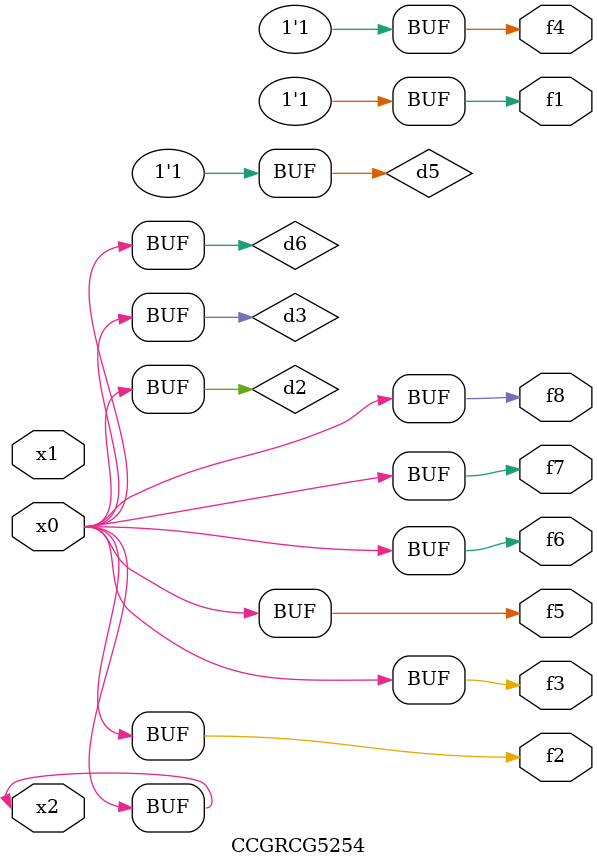
<source format=v>
module CCGRCG5254(
	input x0, x1, x2,
	output f1, f2, f3, f4, f5, f6, f7, f8
);

	wire d1, d2, d3, d4, d5, d6;

	xnor (d1, x2);
	buf (d2, x0, x2);
	and (d3, x0);
	xnor (d4, x1, x2);
	nand (d5, d1, d3);
	buf (d6, d2, d3);
	assign f1 = d5;
	assign f2 = d6;
	assign f3 = d6;
	assign f4 = d5;
	assign f5 = d6;
	assign f6 = d6;
	assign f7 = d6;
	assign f8 = d6;
endmodule

</source>
